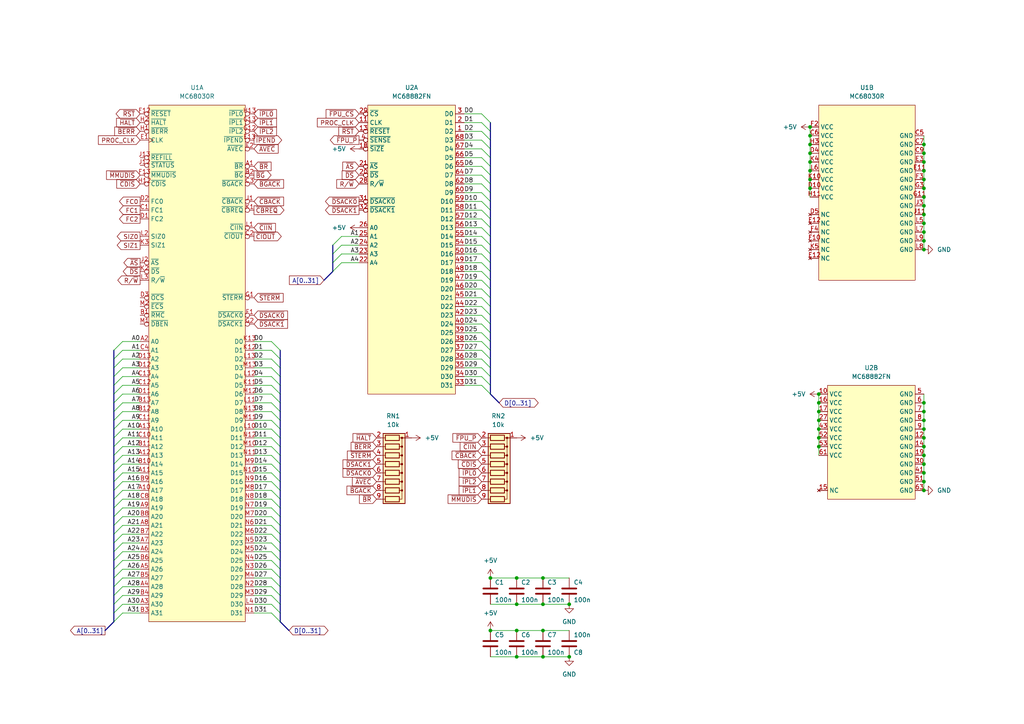
<source format=kicad_sch>
(kicad_sch (version 20231120) (generator "eeschema") (generator_version "8.0")
  (paper "A4")
  (lib_symbols
    (symbol "Device:C" (pin_numbers hide) (pin_names (offset 0.254))
      (property "Reference" "C" (at 0.635 2.54 0))
      (property "Value" "C" (at 0.635 -2.54 0))
      (symbol "C_1_1"
        (pin passive line (at 0 3.81 270) (length 2.794) (name "~") (number "1"))
        (pin passive line (at 0 -3.81 90) (length 2.794) (name "~") (number "2"))
      )
    )
    (symbol "Device:R_Network08" (pin_names (offset 0) hide)
      (property "Reference" "RN" (at -12.7 0 90))
      (property "Value" "R_Network08" (at 10.16 0 90))
      (symbol "R_Network08_1_1"
        (pin passive line (at -10.16 5.08 270) (length 2.54) (name "common") (number "1"))
        (pin passive line (at -10.16 -5.08 90) (length 1.27) (name "R1") (number "2"))
        (pin passive line (at -7.62 -5.08 90) (length 1.27) (name "R2") (number "3"))
        (pin passive line (at -5.08 -5.08 90) (length 1.27) (name "R3") (number "4"))
        (pin passive line (at -2.54 -5.08 90) (length 1.27) (name "R4") (number "5"))
        (pin passive line (at 0 -5.08 90) (length 1.27) (name "R5") (number "6"))
        (pin passive line (at 2.54 -5.08 90) (length 1.27) (name "R6") (number "7"))
        (pin passive line (at 5.08 -5.08 90) (length 1.27) (name "R7") (number "8"))
        (pin passive line (at 7.62 -5.08 90) (length 1.27) (name "R8") (number "9"))
      )
    )
    (symbol "m68k-hbc-conn:MC68882FN"
      (property "Reference" "U" (at 0 0 0))
      (property "Value" "MC68882FN" (at 0 0 0))
      (symbol "MC68882FN_1_0"
        (pin bidirectional line (at 15.24 34.29 180) (length 2.54) (name "D2") (number "1"))
        (pin input line (at -15.24 36.83 0) (length 2.54) (name "CLK") (number "11"))
        (pin input inverted (at -15.24 34.29 0) (length 2.54) (name "~{RESET}") (number "13"))
        (pin input inverted (at -15.24 29.21 0) (length 2.54) (name "~{SIZE}") (number "18"))
        (pin bidirectional line (at 15.24 36.83 180) (length 2.54) (name "D1") (number "2"))
        (pin input inverted (at -15.24 21.59 0) (length 2.54) (name "~{DS}") (number "20"))
        (pin input inverted (at -15.24 24.13 0) (length 2.54) (name "~{AS}") (number "21"))
        (pin input line (at -15.24 -3.81 0) (length 2.54) (name "A4") (number "22"))
        (pin input line (at -15.24 -1.27 0) (length 2.54) (name "A3") (number "23"))
        (pin input line (at -15.24 1.27 0) (length 2.54) (name "A2") (number "24"))
        (pin input line (at -15.24 3.81 0) (length 2.54) (name "A1") (number "25"))
        (pin input line (at -15.24 6.35 0) (length 2.54) (name "A0") (number "26"))
        (pin input line (at -15.24 19.05 0) (length 2.54) (name "R/~{W}") (number "28"))
        (pin input inverted (at -15.24 39.37 0) (length 2.54) (name "~{CS}") (number "29"))
        (pin bidirectional line (at 15.24 39.37 180) (length 2.54) (name "D0") (number "3"))
        (pin output inverted (at -15.24 13.97 0) (length 2.54) (name "~{DSACK0}") (number "31"))
        (pin output inverted (at -15.24 11.43 0) (length 2.54) (name "~{DSACK1}") (number "32"))
        (pin bidirectional line (at 15.24 -39.37 180) (length 2.54) (name "D31") (number "33"))
        (pin bidirectional line (at 15.24 -36.83 180) (length 2.54) (name "D30") (number "34"))
        (pin bidirectional line (at 15.24 -34.29 180) (length 2.54) (name "D29") (number "35"))
        (pin bidirectional line (at 15.24 -31.75 180) (length 2.54) (name "D28") (number "36"))
        (pin bidirectional line (at 15.24 -29.21 180) (length 2.54) (name "D27") (number "37"))
        (pin bidirectional line (at 15.24 -26.67 180) (length 2.54) (name "D26") (number "38"))
        (pin bidirectional line (at 15.24 -24.13 180) (length 2.54) (name "D25") (number "39"))
        (pin bidirectional inverted (at -15.24 31.75 0) (length 2.54) (name "~{SENSE}") (number "4"))
        (pin bidirectional line (at 15.24 -21.59 180) (length 2.54) (name "D24") (number "40"))
        (pin bidirectional line (at 15.24 -19.05 180) (length 2.54) (name "D23") (number "42"))
        (pin bidirectional line (at 15.24 -16.51 180) (length 2.54) (name "D22") (number "44"))
        (pin bidirectional line (at 15.24 -13.97 180) (length 2.54) (name "D21") (number "45"))
        (pin bidirectional line (at 15.24 -11.43 180) (length 2.54) (name "D20") (number "46"))
        (pin bidirectional line (at 15.24 -8.89 180) (length 2.54) (name "D19") (number "47"))
        (pin bidirectional line (at 15.24 -6.35 180) (length 2.54) (name "D18") (number "48"))
        (pin bidirectional line (at 15.24 -3.81 180) (length 2.54) (name "D17") (number "49"))
        (pin bidirectional line (at 15.24 -1.27 180) (length 2.54) (name "D16") (number "50"))
        (pin bidirectional line (at 15.24 1.27 180) (length 2.54) (name "D15") (number "54"))
        (pin bidirectional line (at 15.24 3.81 180) (length 2.54) (name "D14") (number "55"))
        (pin bidirectional line (at 15.24 6.35 180) (length 2.54) (name "D13") (number "56"))
        (pin bidirectional line (at 15.24 8.89 180) (length 2.54) (name "D12") (number "57"))
        (pin bidirectional line (at 15.24 11.43 180) (length 2.54) (name "D11") (number "58"))
        (pin bidirectional line (at 15.24 13.97 180) (length 2.54) (name "D10") (number "59"))
        (pin bidirectional line (at 15.24 16.51 180) (length 2.54) (name "D9") (number "60"))
        (pin bidirectional line (at 15.24 19.05 180) (length 2.54) (name "D8") (number "62"))
        (pin bidirectional line (at 15.24 21.59 180) (length 2.54) (name "D7") (number "64"))
        (pin bidirectional line (at 15.24 24.13 180) (length 2.54) (name "D6") (number "65"))
        (pin bidirectional line (at 15.24 26.67 180) (length 2.54) (name "D5") (number "66"))
        (pin bidirectional line (at 15.24 29.21 180) (length 2.54) (name "D4") (number "67"))
        (pin bidirectional line (at 15.24 31.75 180) (length 2.54) (name "D3") (number "68"))
      )
      (symbol "MC68882FN_2_0"
        (pin power_in line (at -15.24 13.97 0) (length 2.54) (name "VCC") (number "10"))
        (pin power_in line (at 15.24 1.27 180) (length 2.54) (name "GND") (number "12"))
        (pin power_in line (at 15.24 -1.27 180) (length 2.54) (name "GND") (number "14"))
        (pin no_connect line (at -15.24 -13.97 0) (length 2.54) (name "NC") (number "15"))
        (pin power_in line (at -15.24 11.43 0) (length 2.54) (name "VCC") (number "16"))
        (pin power_in line (at -15.24 8.89 0) (length 2.54) (name "VCC") (number "17"))
        (pin power_in line (at 15.24 -3.81 180) (length 2.54) (name "GND") (number "19"))
        (pin power_in line (at -15.24 6.35 0) (length 2.54) (name "VCC") (number "27"))
        (pin power_in line (at 15.24 -6.35 180) (length 2.54) (name "GND") (number "30"))
        (pin power_in line (at 15.24 -8.89 180) (length 2.54) (name "GND") (number "41"))
        (pin power_in line (at -15.24 3.81 0) (length 2.54) (name "VCC") (number "43"))
        (pin power_in line (at 15.24 13.97 180) (length 2.54) (name "GND") (number "5"))
        (pin power_in line (at 15.24 -11.43 180) (length 2.54) (name "GND") (number "51"))
        (pin power_in line (at -15.24 1.27 0) (length 2.54) (name "VCC") (number "52"))
        (pin power_in line (at -15.24 -1.27 0) (length 2.54) (name "VCC") (number "53"))
        (pin power_in line (at 15.24 11.43 180) (length 2.54) (name "GND") (number "6"))
        (pin power_in line (at -15.24 -3.81 0) (length 2.54) (name "VCC") (number "61"))
        (pin power_in line (at 15.24 -13.97 180) (length 2.54) (name "GND") (number "63"))
        (pin power_in line (at 15.24 8.89 180) (length 2.54) (name "GND") (number "7"))
        (pin power_in line (at 15.24 6.35 180) (length 2.54) (name "GND") (number "8"))
        (pin power_in line (at 15.24 3.81 180) (length 2.54) (name "GND") (number "9"))
      )
    )
    (symbol "m68k-hbc-ic:MC68030R"
      (property "Reference" "U" (at 0 1.27 0))
      (property "Value" "MC68030R" (at 0 -1.27 0))
      (symbol "MC68030R_1_0"
        (pin input inverted (at 16.51 57.15 180) (length 2.54) (name "~{BR}") (number "A1"))
        (pin output line (at -16.51 -36.83 0) (length 2.54) (name "A17") (number "A10"))
        (pin output line (at -16.51 -31.75 0) (length 2.54) (name "A15") (number "A11"))
        (pin output line (at -16.51 -26.67 0) (length 2.54) (name "A13") (number "A12"))
        (pin output line (at -16.51 -19.05 0) (length 2.54) (name "A10") (number "A13"))
        (pin output line (at -16.51 6.35 0) (length 2.54) (name "A0") (number "A2"))
        (pin output line (at -16.51 -69.85 0) (length 2.54) (name "A30") (number "A3"))
        (pin output line (at -16.51 -64.77 0) (length 2.54) (name "A28") (number "A4"))
        (pin output line (at -16.51 -59.69 0) (length 2.54) (name "A26") (number "A5"))
        (pin output line (at -16.51 -54.61 0) (length 2.54) (name "A24") (number "A6"))
        (pin output line (at -16.51 -52.07 0) (length 2.54) (name "A23") (number "A7"))
        (pin output line (at -16.51 -46.99 0) (length 2.54) (name "A21") (number "A8"))
        (pin output line (at -16.51 -41.91 0) (length 2.54) (name "A19") (number "A9"))
        (pin output inverted (at -16.51 13.97 0) (length 2.54) (name "~{RMC}") (number "B1"))
        (pin output line (at -16.51 -29.21 0) (length 2.54) (name "A14") (number "B10"))
        (pin output line (at -16.51 -24.13 0) (length 2.54) (name "A12") (number "B11"))
        (pin output line (at -16.51 -13.97 0) (length 2.54) (name "A8") (number "B12"))
        (pin output line (at -16.51 -11.43 0) (length 2.54) (name "A7") (number "B13"))
        (pin output inverted (at 16.51 54.61 180) (length 2.54) (name "~{BG}") (number "B2"))
        (pin output line (at -16.51 -72.39 0) (length 2.54) (name "A31") (number "B3"))
        (pin output line (at -16.51 -67.31 0) (length 2.54) (name "A29") (number "B4"))
        (pin output line (at -16.51 -62.23 0) (length 2.54) (name "A27") (number "B5"))
        (pin output line (at -16.51 -57.15 0) (length 2.54) (name "A25") (number "B6"))
        (pin output line (at -16.51 -49.53 0) (length 2.54) (name "A22") (number "B7"))
        (pin output line (at -16.51 -44.45 0) (length 2.54) (name "A20") (number "B8"))
        (pin output line (at -16.51 -34.29 0) (length 2.54) (name "A16") (number "B9"))
        (pin output line (at -16.51 44.45 0) (length 2.54) (name "FC1") (number "C1"))
        (pin output line (at -16.51 -21.59 0) (length 2.54) (name "A11") (number "C10"))
        (pin output line (at -16.51 -16.51 0) (length 2.54) (name "A9") (number "C11"))
        (pin output line (at -16.51 -6.35 0) (length 2.54) (name "A5") (number "C12"))
        (pin output line (at -16.51 -3.81 0) (length 2.54) (name "A4") (number "C13"))
        (pin output inverted (at 16.51 36.83 180) (length 2.54) (name "~{CIOUT}") (number "C2"))
        (pin input inverted (at 16.51 52.07 180) (length 2.54) (name "~{BGACK}") (number "C3"))
        (pin output line (at -16.51 3.81 0) (length 2.54) (name "A1") (number "C4"))
        (pin output line (at -16.51 -39.37 0) (length 2.54) (name "A18") (number "C8"))
        (pin output line (at -16.51 41.91 0) (length 2.54) (name "FC2") (number "D1"))
        (pin output line (at -16.51 -8.89 0) (length 2.54) (name "A6") (number "D11"))
        (pin output line (at -16.51 -1.27 0) (length 2.54) (name "A3") (number "D12"))
        (pin output line (at -16.51 1.27 0) (length 2.54) (name "A2") (number "D13"))
        (pin output line (at -16.51 46.99 0) (length 2.54) (name "FC0") (number "D2"))
        (pin output inverted (at -16.51 19.05 0) (length 2.54) (name "~{OCS}") (number "D3"))
        (pin input clock (at -16.51 64.77 0) (length 2.54) (name "CLK") (number "E1"))
        (pin output inverted (at 16.51 64.77 180) (length 2.54) (name "~{IPEND}") (number "E13"))
        (pin input inverted (at 16.51 62.23 180) (length 2.54) (name "~{AVEC}") (number "E2"))
        (pin input inverted (at 16.51 13.97 180) (length 2.54) (name "~{DSACK0}") (number "F1"))
        (pin bidirectional inverted (at -16.51 72.39 0) (length 2.54) (name "~{RESET}") (number "F12"))
        (pin input inverted (at -16.51 54.61 0) (length 2.54) (name "~{MMUDIS}") (number "F13"))
        (pin input inverted (at 16.51 19.05 180) (length 2.54) (name "~{STERM}") (number "G1"))
        (pin input inverted (at 16.51 67.31 180) (length 2.54) (name "~{IPL2}") (number "G12"))
        (pin input inverted (at 16.51 69.85 180) (length 2.54) (name "~{IPL1}") (number "G13"))
        (pin input inverted (at 16.51 11.43 180) (length 2.54) (name "~{DSACK1}") (number "G2"))
        (pin output inverted (at -16.51 67.31 0) (length 2.54) (name "~{BERR}") (number "H1"))
        (pin input inverted (at -16.51 52.07 0) (length 2.54) (name "~{CDIS}") (number "H12"))
        (pin input inverted (at 16.51 72.39 180) (length 2.54) (name "~{IPL0}") (number "H13"))
        (pin input inverted (at -16.51 69.85 0) (length 2.54) (name "~{HALT}") (number "H2"))
        (pin input inverted (at 16.51 46.99 180) (length 2.54) (name "~{CBACK}") (number "J1"))
        (pin output inverted (at -16.4878 57.4702 0) (length 2.54) (name "~{STATUS}") (number "J12"))
        (pin output inverted (at -16.51 59.69 0) (length 2.54) (name "~{REFILL}") (number "J13"))
        (pin output inverted (at -16.51 29.21 0) (length 2.54) (name "~{AS}") (number "J2"))
        (pin output inverted (at 16.51 44.45 180) (length 2.54) (name "~{CBREQ}") (number "K1"))
        (pin bidirectional line (at 16.51 -6.35 180) (length 2.54) (name "D5") (number "K11"))
        (pin bidirectional line (at 16.51 3.81 180) (length 2.54) (name "D1") (number "K12"))
        (pin bidirectional line (at 16.51 6.35 180) (length 2.54) (name "D0") (number "K13"))
        (pin output inverted (at -16.51 26.67 0) (length 2.54) (name "~{DS}") (number "K2"))
        (pin output line (at -16.51 34.29 0) (length 2.54) (name "SIZ1") (number "K3"))
        (pin input inverted (at 16.51 39.37 180) (length 2.54) (name "~{CIIN}") (number "L1"))
        (pin bidirectional line (at 16.51 -19.05 180) (length 2.54) (name "D10") (number "L10"))
        (pin bidirectional line (at 16.51 -11.43 180) (length 2.54) (name "D7") (number "L11"))
        (pin bidirectional line (at 16.51 -3.81 180) (length 2.54) (name "D4") (number "L12"))
        (pin bidirectional line (at 16.51 1.27 180) (length 2.54) (name "D2") (number "L13"))
        (pin output line (at -16.51 36.83 0) (length 2.54) (name "SIZ0") (number "L2"))
        (pin output line (at -16.51 24.13 0) (length 2.54) (name "R/~{W}") (number "L3"))
        (pin bidirectional line (at 16.51 -69.85 180) (length 2.54) (name "D30") (number "L4"))
        (pin output inverted (at -16.51 11.43 0) (length 2.54) (name "~{DBEN}") (number "M1"))
        (pin bidirectional line (at 16.51 -24.13 180) (length 2.54) (name "D12") (number "M10"))
        (pin bidirectional line (at 16.51 -16.51 180) (length 2.54) (name "D9") (number "M11"))
        (pin bidirectional line (at 16.51 -8.89 180) (length 2.54) (name "D6") (number "M12"))
        (pin bidirectional line (at 16.51 -1.27 180) (length 2.54) (name "D3") (number "M13"))
        (pin output inverted (at -16.51 16.51 0) (length 2.54) (name "~{ECS}") (number "M2"))
        (pin bidirectional line (at 16.51 -67.31 180) (length 2.54) (name "D29") (number "M3"))
        (pin bidirectional line (at 16.51 -62.23 180) (length 2.54) (name "D27") (number "M4"))
        (pin bidirectional line (at 16.51 -54.61 180) (length 2.54) (name "D24") (number "M5"))
        (pin bidirectional line (at 16.51 -49.53 180) (length 2.54) (name "D22") (number "M6"))
        (pin bidirectional line (at 16.51 -44.45 180) (length 2.54) (name "D20") (number "M7"))
        (pin bidirectional line (at 16.51 -36.83 180) (length 2.54) (name "D17") (number "M8"))
        (pin bidirectional line (at 16.51 -29.21 180) (length 2.54) (name "D14") (number "M9"))
        (pin bidirectional line (at 16.51 -72.39 180) (length 2.54) (name "D31") (number "N1"))
        (pin bidirectional line (at 16.51 -31.75 180) (length 2.54) (name "D15") (number "N10"))
        (pin bidirectional line (at 16.51 -26.67 180) (length 2.54) (name "D13") (number "N11"))
        (pin bidirectional line (at 16.51 -21.59 180) (length 2.54) (name "D11") (number "N12"))
        (pin bidirectional line (at 16.51 -13.97 180) (length 2.54) (name "D8") (number "N13"))
        (pin bidirectional line (at 16.51 -64.77 180) (length 2.54) (name "D28") (number "N2"))
        (pin bidirectional line (at 16.51 -59.69 180) (length 2.54) (name "D26") (number "N3"))
        (pin bidirectional line (at 16.51 -57.15 180) (length 2.54) (name "D25") (number "N4"))
        (pin bidirectional line (at 16.51 -52.07 180) (length 2.54) (name "D23") (number "N5"))
        (pin bidirectional line (at 16.51 -46.99 180) (length 2.54) (name "D21") (number "N6"))
        (pin bidirectional line (at 16.51 -41.91 180) (length 2.54) (name "D19") (number "N7"))
        (pin bidirectional line (at 16.51 -39.37 180) (length 2.54) (name "D18") (number "N8"))
        (pin bidirectional line (at 16.51 -34.29 180) (length 2.54) (name "D16") (number "N9"))
      )
      (symbol "MC68030R_2_0"
        (pin power_in line (at 16.51 16.51 180) (length 2.54) (name "GND") (number "C5"))
        (pin power_in line (at -16.51 16.51 0) (length 2.54) (name "VCC") (number "C6"))
        (pin power_in line (at 16.51 13.97 180) (length 2.54) (name "GND") (number "C7"))
        (pin power_in line (at 16.51 11.43 180) (length 2.54) (name "GND") (number "C9"))
        (pin power_in line (at -16.51 1.27 0) (length 2.54) (name "VCC") (number "D10"))
        (pin power_in line (at -16.51 11.43 0) (length 2.54) (name "VCC") (number "D4"))
        (pin no_connect line (at -16.51 -6.35 0) (length 2.54) (name "NC") (number "D5"))
        (pin power_in line (at 16.51 6.35 180) (length 2.54) (name "GND") (number "E11"))
        (pin no_connect line (at -16.51 -19.05 0) (length 2.54) (name "NC") (number "E12"))
        (pin no_connect line (at -16.51 -8.89 0) (length 2.54) (name "NC") (number "E12"))
        (pin power_in line (at 16.51 8.89 180) (length 2.54) (name "GND") (number "E3"))
        (pin no_connect line (at -16.51 -13.97 0) (length 2.54) (name "NC") (number "F10"))
        (pin power_in line (at -16.51 19.05 0) (length 2.54) (name "VCC") (number "F2"))
        (pin power_in line (at 16.51 3.81 180) (length 2.54) (name "GND") (number "F3"))
        (pin no_connect line (at -16.51 -11.43 0) (length 2.54) (name "NC") (number "F4"))
        (pin power_in line (at 16.51 -1.27 180) (length 2.54) (name "GND") (number "G11"))
        (pin power_in line (at 16.51 1.27 180) (length 2.54) (name "GND") (number "G3"))
        (pin power_in line (at -16.51 -1.27 0) (length 2.54) (name "VCC") (number "H11"))
        (pin power_in line (at -16.51 13.97 0) (length 2.54) (name "VCC") (number "H3"))
        (pin power_in line (at 16.51 -6.35 180) (length 2.54) (name "GND") (number "J11"))
        (pin power_in line (at 16.51 -3.81 180) (length 2.54) (name "GND") (number "J3"))
        (pin power_in line (at -16.51 3.81 0) (length 2.54) (name "VCC") (number "K10"))
        (pin power_in line (at -16.51 8.89 0) (length 2.54) (name "VCC") (number "K4"))
        (pin no_connect line (at -16.51 -16.51 0) (length 2.54) (name "NC") (number "K5"))
        (pin power_in line (at 16.51 -8.89 180) (length 2.54) (name "GND") (number "L5"))
        (pin power_in line (at -16.51 6.35 0) (length 2.54) (name "VCC") (number "L6"))
        (pin power_in line (at 16.51 -11.43 180) (length 2.54) (name "GND") (number "L7"))
        (pin power_in line (at 16.51 -16.51 180) (length 2.54) (name "GND") (number "L8"))
        (pin power_in line (at 16.51 -13.97 180) (length 2.54) (name "GND") (number "L9"))
      )
    )
    (symbol "power:+5V" (power) (pin_names (offset 0))
      (property "Value" "+5V" (at 0 3.556 0))
      (symbol "+5V_1_1"
        (pin power_in line (at 0 0 90) (length 0) hide (name "+5V") (number "1"))
      )
    )
    (symbol "power:GND" (power) (pin_names (offset 0))
      (property "Value" "GND" (at 0 -3.81 0))
      (symbol "GND_1_1"
        (pin power_in line (at 0 0 270) (length 0) hide (name "GND") (number "1"))
      )
    )
  )
  (junction (at 267.97 69.85))
  (junction (at 267.97 57.15))
  (junction (at 267.97 67.31))
  (junction (at 267.97 116.84))
  (junction (at 234.95 54.61))
  (junction (at 267.97 62.23))
  (junction (at 149.86 175.26))
  (junction (at 267.97 54.61))
  (junction (at 267.97 127))
  (junction (at 234.95 52.07))
  (junction (at 149.86 167.64))
  (junction (at 165.1 175.26))
  (junction (at 237.49 124.46))
  (junction (at 237.49 127))
  (junction (at 234.95 44.45))
  (junction (at 267.97 139.7))
  (junction (at 267.97 121.92))
  (junction (at 267.97 44.45))
  (junction (at 267.97 59.69))
  (junction (at 237.49 129.54))
  (junction (at 267.97 49.53))
  (junction (at 267.97 46.99))
  (junction (at 142.24 167.64))
  (junction (at 237.49 114.3))
  (junction (at 234.95 41.91))
  (junction (at 267.97 132.08))
  (junction (at 267.97 72.39))
  (junction (at 234.95 49.53))
  (junction (at 267.97 64.77))
  (junction (at 157.48 182.88))
  (junction (at 267.97 142.24))
  (junction (at 234.95 39.37))
  (junction (at 142.24 182.88))
  (junction (at 237.49 121.92))
  (junction (at 267.97 137.16))
  (junction (at 234.95 36.83))
  (junction (at 237.49 119.38))
  (junction (at 267.97 129.54))
  (junction (at 149.86 182.88))
  (junction (at 157.48 190.5))
  (junction (at 267.97 52.07))
  (junction (at 237.49 116.84))
  (junction (at 157.48 167.64))
  (junction (at 165.1 190.5))
  (junction (at 267.97 41.91))
  (junction (at 267.97 134.62))
  (junction (at 234.95 46.99))
  (junction (at 267.97 119.38))
  (junction (at 149.86 190.5))
  (junction (at 157.48 175.26))
  (junction (at 267.97 124.46))
  (bus_entry (at 78.74 167.64) (size 2.54 2.54))
  (bus_entry (at 139.7 60.96) (size 2.54 2.54))
  (bus_entry (at 78.74 165.1) (size 2.54 2.54))
  (bus_entry (at 139.7 106.68) (size 2.54 2.54))
  (bus_entry (at 78.74 162.56) (size 2.54 2.54))
  (bus_entry (at 35.56 124.46) (size -2.54 2.54))
  (bus_entry (at 139.7 48.26) (size 2.54 2.54))
  (bus_entry (at 78.74 149.86) (size 2.54 2.54))
  (bus_entry (at 139.7 58.42) (size 2.54 2.54))
  (bus_entry (at 35.56 157.48) (size -2.54 2.54))
  (bus_entry (at 78.74 160.02) (size 2.54 2.54))
  (bus_entry (at 35.56 154.94) (size -2.54 2.54))
  (bus_entry (at 139.7 83.82) (size 2.54 2.54))
  (bus_entry (at 35.56 109.22) (size -2.54 2.54))
  (bus_entry (at 35.56 132.08) (size -2.54 2.54))
  (bus_entry (at 78.74 124.46) (size 2.54 2.54))
  (bus_entry (at 99.06 76.2) (size -2.54 2.54))
  (bus_entry (at 78.74 116.84) (size 2.54 2.54))
  (bus_entry (at 35.56 129.54) (size -2.54 2.54))
  (bus_entry (at 35.56 139.7) (size -2.54 2.54))
  (bus_entry (at 78.74 170.18) (size 2.54 2.54))
  (bus_entry (at 139.7 88.9) (size 2.54 2.54))
  (bus_entry (at 35.56 162.56) (size -2.54 2.54))
  (bus_entry (at 139.7 93.98) (size 2.54 2.54))
  (bus_entry (at 35.56 137.16) (size -2.54 2.54))
  (bus_entry (at 35.56 144.78) (size -2.54 2.54))
  (bus_entry (at 139.7 101.6) (size 2.54 2.54))
  (bus_entry (at 35.56 149.86) (size -2.54 2.54))
  (bus_entry (at 35.56 104.14) (size -2.54 2.54))
  (bus_entry (at 35.56 119.38) (size -2.54 2.54))
  (bus_entry (at 78.74 177.8) (size 2.54 2.54))
  (bus_entry (at 35.56 114.3) (size -2.54 2.54))
  (bus_entry (at 35.56 106.68) (size -2.54 2.54))
  (bus_entry (at 35.56 134.62) (size -2.54 2.54))
  (bus_entry (at 78.74 114.3) (size 2.54 2.54))
  (bus_entry (at 78.74 172.72) (size 2.54 2.54))
  (bus_entry (at 78.74 147.32) (size 2.54 2.54))
  (bus_entry (at 35.56 177.8) (size -2.54 2.54))
  (bus_entry (at 139.7 33.02) (size 2.54 2.54))
  (bus_entry (at 78.74 139.7) (size 2.54 2.54))
  (bus_entry (at 78.74 104.14) (size 2.54 2.54))
  (bus_entry (at 139.7 53.34) (size 2.54 2.54))
  (bus_entry (at 139.7 66.04) (size 2.54 2.54))
  (bus_entry (at 139.7 35.56) (size 2.54 2.54))
  (bus_entry (at 35.56 121.92) (size -2.54 2.54))
  (bus_entry (at 35.56 116.84) (size -2.54 2.54))
  (bus_entry (at 78.74 152.4) (size 2.54 2.54))
  (bus_entry (at 35.56 111.76) (size -2.54 2.54))
  (bus_entry (at 99.06 68.58) (size -2.54 2.54))
  (bus_entry (at 99.06 73.66) (size -2.54 2.54))
  (bus_entry (at 78.74 109.22) (size 2.54 2.54))
  (bus_entry (at 35.56 101.6) (size -2.54 2.54))
  (bus_entry (at 35.56 99.06) (size -2.54 2.54))
  (bus_entry (at 78.74 129.54) (size 2.54 2.54))
  (bus_entry (at 35.56 152.4) (size -2.54 2.54))
  (bus_entry (at 139.7 40.64) (size 2.54 2.54))
  (bus_entry (at 35.56 160.02) (size -2.54 2.54))
  (bus_entry (at 139.7 99.06) (size 2.54 2.54))
  (bus_entry (at 139.7 73.66) (size 2.54 2.54))
  (bus_entry (at 35.56 165.1) (size -2.54 2.54))
  (bus_entry (at 139.7 96.52) (size 2.54 2.54))
  (bus_entry (at 35.56 175.26) (size -2.54 2.54))
  (bus_entry (at 35.56 167.64) (size -2.54 2.54))
  (bus_entry (at 78.74 111.76) (size 2.54 2.54))
  (bus_entry (at 78.74 132.08) (size 2.54 2.54))
  (bus_entry (at 78.74 157.48) (size 2.54 2.54))
  (bus_entry (at 139.7 91.44) (size 2.54 2.54))
  (bus_entry (at 78.74 101.6) (size 2.54 2.54))
  (bus_entry (at 139.7 55.88) (size 2.54 2.54))
  (bus_entry (at 139.7 78.74) (size 2.54 2.54))
  (bus_entry (at 78.74 119.38) (size 2.54 2.54))
  (bus_entry (at 139.7 81.28) (size 2.54 2.54))
  (bus_entry (at 139.7 111.76) (size 2.54 2.54))
  (bus_entry (at 139.7 43.18) (size 2.54 2.54))
  (bus_entry (at 35.56 172.72) (size -2.54 2.54))
  (bus_entry (at 99.06 71.12) (size -2.54 2.54))
  (bus_entry (at 35.56 142.24) (size -2.54 2.54))
  (bus_entry (at 78.74 99.06) (size 2.54 2.54))
  (bus_entry (at 139.7 50.8) (size 2.54 2.54))
  (bus_entry (at 78.74 175.26) (size 2.54 2.54))
  (bus_entry (at 78.74 127) (size 2.54 2.54))
  (bus_entry (at 35.56 147.32) (size -2.54 2.54))
  (bus_entry (at 35.56 170.18) (size -2.54 2.54))
  (bus_entry (at 139.7 63.5) (size 2.54 2.54))
  (bus_entry (at 35.56 127) (size -2.54 2.54))
  (bus_entry (at 139.7 86.36) (size 2.54 2.54))
  (bus_entry (at 139.7 76.2) (size 2.54 2.54))
  (bus_entry (at 78.74 154.94) (size 2.54 2.54))
  (bus_entry (at 139.7 45.72) (size 2.54 2.54))
  (bus_entry (at 139.7 68.58) (size 2.54 2.54))
  (bus_entry (at 78.74 106.68) (size 2.54 2.54))
  (bus_entry (at 139.7 71.12) (size 2.54 2.54))
  (bus_entry (at 78.74 137.16) (size 2.54 2.54))
  (bus_entry (at 139.7 109.22) (size 2.54 2.54))
  (bus_entry (at 78.74 134.62) (size 2.54 2.54))
  (bus_entry (at 78.74 121.92) (size 2.54 2.54))
  (bus_entry (at 78.74 144.78) (size 2.54 2.54))
  (bus_entry (at 139.7 38.1) (size 2.54 2.54))
  (bus_entry (at 78.74 142.24) (size 2.54 2.54))
  (bus_entry (at 139.7 104.14) (size 2.54 2.54))
  (bus (pts (xy 142.24 101.6) (xy 142.24 104.14)))
  (wire (pts (xy 267.97 52.07) (xy 267.97 54.61)))
  (wire (pts (xy 35.56 144.78) (xy 40.64 144.78)))
  (wire (pts (xy 35.56 149.86) (xy 40.64 149.86)))
  (wire (pts (xy 267.97 54.61) (xy 267.97 57.15)))
  (wire (pts (xy 234.95 41.91) (xy 234.95 44.45)))
  (wire (pts (xy 35.56 147.32) (xy 40.64 147.32)))
  (bus (pts (xy 142.24 109.22) (xy 142.24 111.76)))
  (bus (pts (xy 81.28 142.24) (xy 81.28 144.78)))
  (bus (pts (xy 33.02 152.4) (xy 33.02 154.94)))
  (wire (pts (xy 267.97 46.99) (xy 267.97 49.53)))
  (wire (pts (xy 267.97 119.38) (xy 267.97 121.92)))
  (wire (pts (xy 139.7 58.42) (xy 134.62 58.42)))
  (wire (pts (xy 78.74 137.16) (xy 73.66 137.16)))
  (bus (pts (xy 81.28 116.84) (xy 81.28 119.38)))
  (wire (pts (xy 35.56 162.56) (xy 40.64 162.56)))
  (bus (pts (xy 142.24 93.98) (xy 142.24 96.52)))
  (wire (pts (xy 139.7 78.74) (xy 134.62 78.74)))
  (wire (pts (xy 35.56 124.46) (xy 40.64 124.46)))
  (wire (pts (xy 35.56 167.64) (xy 40.64 167.64)))
  (bus (pts (xy 33.02 101.6) (xy 33.02 104.14)))
  (wire (pts (xy 78.74 114.3) (xy 73.66 114.3)))
  (wire (pts (xy 237.49 114.3) (xy 237.49 116.84)))
  (wire (pts (xy 78.74 170.18) (xy 73.66 170.18)))
  (wire (pts (xy 142.24 182.88) (xy 149.86 182.88)))
  (wire (pts (xy 267.97 129.54) (xy 267.97 132.08)))
  (wire (pts (xy 78.74 147.32) (xy 73.66 147.32)))
  (wire (pts (xy 78.74 165.1) (xy 73.66 165.1)))
  (wire (pts (xy 139.7 43.18) (xy 134.62 43.18)))
  (bus (pts (xy 81.28 114.3) (xy 81.28 116.84)))
  (wire (pts (xy 139.7 55.88) (xy 134.62 55.88)))
  (bus (pts (xy 142.24 88.9) (xy 142.24 91.44)))
  (wire (pts (xy 267.97 134.62) (xy 267.97 137.16)))
  (bus (pts (xy 142.24 68.58) (xy 142.24 71.12)))
  (wire (pts (xy 78.74 157.48) (xy 73.66 157.48)))
  (wire (pts (xy 237.49 127) (xy 237.49 129.54)))
  (bus (pts (xy 96.52 73.66) (xy 96.52 76.2)))
  (wire (pts (xy 78.74 177.8) (xy 73.66 177.8)))
  (wire (pts (xy 139.7 45.72) (xy 134.62 45.72)))
  (bus (pts (xy 81.28 147.32) (xy 81.28 149.86)))
  (bus (pts (xy 33.02 147.32) (xy 33.02 149.86)))
  (wire (pts (xy 35.56 121.92) (xy 40.64 121.92)))
  (bus (pts (xy 142.24 81.28) (xy 142.24 83.82)))
  (wire (pts (xy 267.97 114.3) (xy 267.97 116.84)))
  (wire (pts (xy 234.95 49.53) (xy 234.95 52.07)))
  (wire (pts (xy 35.56 132.08) (xy 40.64 132.08)))
  (bus (pts (xy 81.28 167.64) (xy 81.28 170.18)))
  (wire (pts (xy 267.97 41.91) (xy 267.97 44.45)))
  (bus (pts (xy 33.02 177.8) (xy 33.02 180.34)))
  (bus (pts (xy 81.28 124.46) (xy 81.28 127)))
  (wire (pts (xy 35.56 101.6) (xy 40.64 101.6)))
  (wire (pts (xy 139.7 86.36) (xy 134.62 86.36)))
  (bus (pts (xy 33.02 165.1) (xy 33.02 167.64)))
  (bus (pts (xy 142.24 53.34) (xy 142.24 55.88)))
  (bus (pts (xy 142.24 48.26) (xy 142.24 50.8)))
  (bus (pts (xy 81.28 139.7) (xy 81.28 142.24)))
  (wire (pts (xy 78.74 132.08) (xy 73.66 132.08)))
  (wire (pts (xy 139.7 50.8) (xy 134.62 50.8)))
  (wire (pts (xy 267.97 132.08) (xy 267.97 134.62)))
  (wire (pts (xy 139.7 104.14) (xy 134.62 104.14)))
  (wire (pts (xy 267.97 69.85) (xy 267.97 72.39)))
  (wire (pts (xy 139.7 73.66) (xy 134.62 73.66)))
  (wire (pts (xy 78.74 149.86) (xy 73.66 149.86)))
  (wire (pts (xy 35.56 137.16) (xy 40.64 137.16)))
  (bus (pts (xy 81.28 129.54) (xy 81.28 132.08)))
  (bus (pts (xy 142.24 50.8) (xy 142.24 53.34)))
  (bus (pts (xy 142.24 60.96) (xy 142.24 63.5)))
  (wire (pts (xy 35.56 160.02) (xy 40.64 160.02)))
  (wire (pts (xy 35.56 170.18) (xy 40.64 170.18)))
  (wire (pts (xy 267.97 59.69) (xy 267.97 62.23)))
  (wire (pts (xy 78.74 142.24) (xy 73.66 142.24)))
  (wire (pts (xy 267.97 137.16) (xy 267.97 139.7)))
  (bus (pts (xy 142.24 114.3) (xy 144.78 116.84)))
  (wire (pts (xy 78.74 104.14) (xy 73.66 104.14)))
  (bus (pts (xy 81.28 154.94) (xy 81.28 157.48)))
  (bus (pts (xy 33.02 119.38) (xy 33.02 121.92)))
  (bus (pts (xy 142.24 58.42) (xy 142.24 60.96)))
  (wire (pts (xy 267.97 139.7) (xy 267.97 142.24)))
  (bus (pts (xy 81.28 134.62) (xy 81.28 137.16)))
  (wire (pts (xy 78.74 127) (xy 73.66 127)))
  (bus (pts (xy 81.28 170.18) (xy 81.28 172.72)))
  (wire (pts (xy 139.7 96.52) (xy 134.62 96.52)))
  (wire (pts (xy 139.7 68.58) (xy 134.62 68.58)))
  (bus (pts (xy 142.24 38.1) (xy 142.24 40.64)))
  (bus (pts (xy 81.28 132.08) (xy 81.28 134.62)))
  (bus (pts (xy 81.28 109.22) (xy 81.28 111.76)))
  (wire (pts (xy 139.7 99.06) (xy 134.62 99.06)))
  (wire (pts (xy 35.56 119.38) (xy 40.64 119.38)))
  (bus (pts (xy 33.02 129.54) (xy 33.02 132.08)))
  (wire (pts (xy 267.97 64.77) (xy 267.97 67.31)))
  (wire (pts (xy 267.97 121.92) (xy 267.97 124.46)))
  (wire (pts (xy 78.74 124.46) (xy 73.66 124.46)))
  (wire (pts (xy 35.56 129.54) (xy 40.64 129.54)))
  (bus (pts (xy 142.24 78.74) (xy 142.24 81.28)))
  (wire (pts (xy 78.74 119.38) (xy 73.66 119.38)))
  (bus (pts (xy 142.24 83.82) (xy 142.24 86.36)))
  (bus (pts (xy 33.02 124.46) (xy 33.02 127)))
  (bus (pts (xy 81.28 172.72) (xy 81.28 175.26)))
  (wire (pts (xy 267.97 49.53) (xy 267.97 52.07)))
  (bus (pts (xy 96.52 78.74) (xy 93.98 81.28)))
  (wire (pts (xy 139.7 35.56) (xy 134.62 35.56)))
  (wire (pts (xy 35.56 116.84) (xy 40.64 116.84)))
  (wire (pts (xy 78.74 175.26) (xy 73.66 175.26)))
  (wire (pts (xy 139.7 38.1) (xy 134.62 38.1)))
  (wire (pts (xy 35.56 127) (xy 40.64 127)))
  (bus (pts (xy 33.02 121.92) (xy 33.02 124.46)))
  (wire (pts (xy 139.7 71.12) (xy 134.62 71.12)))
  (bus (pts (xy 142.24 99.06) (xy 142.24 101.6)))
  (bus (pts (xy 81.28 104.14) (xy 81.28 106.68)))
  (wire (pts (xy 149.86 190.5) (xy 157.48 190.5)))
  (bus (pts (xy 142.24 106.68) (xy 142.24 109.22)))
  (wire (pts (xy 35.56 114.3) (xy 40.64 114.3)))
  (bus (pts (xy 33.02 116.84) (xy 33.02 119.38)))
  (wire (pts (xy 35.56 175.26) (xy 40.64 175.26)))
  (bus (pts (xy 33.02 160.02) (xy 33.02 162.56)))
  (wire (pts (xy 35.56 157.48) (xy 40.64 157.48)))
  (bus (pts (xy 81.28 101.6) (xy 81.28 104.14)))
  (bus (pts (xy 81.28 165.1) (xy 81.28 167.64)))
  (wire (pts (xy 267.97 62.23) (xy 267.97 64.77)))
  (bus (pts (xy 33.02 170.18) (xy 33.02 172.72)))
  (bus (pts (xy 96.52 76.2) (xy 96.52 78.74)))
  (wire (pts (xy 35.56 109.22) (xy 40.64 109.22)))
  (bus (pts (xy 81.28 127) (xy 81.28 129.54)))
  (wire (pts (xy 237.49 121.92) (xy 237.49 124.46)))
  (wire (pts (xy 78.74 167.64) (xy 73.66 167.64)))
  (wire (pts (xy 139.7 33.02) (xy 134.62 33.02)))
  (wire (pts (xy 99.06 76.2) (xy 104.14 76.2)))
  (wire (pts (xy 149.86 182.88) (xy 157.48 182.88)))
  (wire (pts (xy 139.7 93.98) (xy 134.62 93.98)))
  (bus (pts (xy 33.02 111.76) (xy 33.02 114.3)))
  (wire (pts (xy 35.56 142.24) (xy 40.64 142.24)))
  (wire (pts (xy 234.95 44.45) (xy 234.95 46.99)))
  (bus (pts (xy 33.02 157.48) (xy 33.02 160.02)))
  (bus (pts (xy 33.02 180.34) (xy 30.48 182.88)))
  (wire (pts (xy 139.7 60.96) (xy 134.62 60.96)))
  (bus (pts (xy 142.24 45.72) (xy 142.24 48.26)))
  (wire (pts (xy 78.74 162.56) (xy 73.66 162.56)))
  (bus (pts (xy 81.28 160.02) (xy 81.28 162.56)))
  (wire (pts (xy 139.7 88.9) (xy 134.62 88.9)))
  (bus (pts (xy 142.24 96.52) (xy 142.24 99.06)))
  (wire (pts (xy 234.95 39.37) (xy 234.95 41.91)))
  (bus (pts (xy 33.02 104.14) (xy 33.02 106.68)))
  (wire (pts (xy 78.74 111.76) (xy 73.66 111.76)))
  (bus (pts (xy 81.28 137.16) (xy 81.28 139.7)))
  (bus (pts (xy 142.24 91.44) (xy 142.24 93.98)))
  (bus (pts (xy 33.02 144.78) (xy 33.02 147.32)))
  (wire (pts (xy 237.49 119.38) (xy 237.49 121.92)))
  (wire (pts (xy 78.74 116.84) (xy 73.66 116.84)))
  (wire (pts (xy 142.24 190.5) (xy 149.86 190.5)))
  (wire (pts (xy 267.97 124.46) (xy 267.97 127)))
  (bus (pts (xy 33.02 127) (xy 33.02 129.54)))
  (bus (pts (xy 81.28 111.76) (xy 81.28 114.3)))
  (bus (pts (xy 96.52 71.12) (xy 96.52 73.66)))
  (bus (pts (xy 81.28 152.4) (xy 81.28 154.94)))
  (wire (pts (xy 78.74 134.62) (xy 73.66 134.62)))
  (wire (pts (xy 139.7 40.64) (xy 134.62 40.64)))
  (bus (pts (xy 142.24 111.76) (xy 142.24 114.3)))
  (bus (pts (xy 142.24 66.04) (xy 142.24 68.58)))
  (wire (pts (xy 78.74 99.06) (xy 73.66 99.06)))
  (bus (pts (xy 142.24 71.12) (xy 142.24 73.66)))
  (wire (pts (xy 78.74 160.02) (xy 73.66 160.02)))
  (bus (pts (xy 142.24 35.56) (xy 142.24 38.1)))
  (bus (pts (xy 142.24 40.64) (xy 142.24 43.18)))
  (bus (pts (xy 142.24 76.2) (xy 142.24 78.74)))
  (bus (pts (xy 81.28 144.78) (xy 81.28 147.32)))
  (wire (pts (xy 139.7 109.22) (xy 134.62 109.22)))
  (wire (pts (xy 139.7 53.34) (xy 134.62 53.34)))
  (wire (pts (xy 234.95 54.61) (xy 234.95 57.15)))
  (wire (pts (xy 234.95 52.07) (xy 234.95 54.61)))
  (wire (pts (xy 267.97 67.31) (xy 267.97 69.85)))
  (wire (pts (xy 139.7 111.76) (xy 134.62 111.76)))
  (bus (pts (xy 33.02 167.64) (xy 33.02 170.18)))
  (wire (pts (xy 78.74 154.94) (xy 73.66 154.94)))
  (bus (pts (xy 81.28 175.26) (xy 81.28 177.8)))
  (wire (pts (xy 237.49 124.46) (xy 237.49 127)))
  (wire (pts (xy 139.7 48.26) (xy 134.62 48.26)))
  (wire (pts (xy 142.24 167.64) (xy 149.86 167.64)))
  (wire (pts (xy 237.49 129.54) (xy 237.49 132.08)))
  (wire (pts (xy 78.74 129.54) (xy 73.66 129.54)))
  (wire (pts (xy 142.24 175.26) (xy 149.86 175.26)))
  (wire (pts (xy 35.56 172.72) (xy 40.64 172.72)))
  (wire (pts (xy 157.48 167.64) (xy 165.1 167.64)))
  (wire (pts (xy 267.97 44.45) (xy 267.97 46.99)))
  (wire (pts (xy 139.7 106.68) (xy 134.62 106.68)))
  (wire (pts (xy 78.74 106.68) (xy 73.66 106.68)))
  (wire (pts (xy 35.56 106.68) (xy 40.64 106.68)))
  (wire (pts (xy 139.7 66.04) (xy 134.62 66.04)))
  (wire (pts (xy 157.48 175.26) (xy 165.1 175.26)))
  (wire (pts (xy 78.74 152.4) (xy 73.66 152.4)))
  (bus (pts (xy 142.24 43.18) (xy 142.24 45.72)))
  (bus (pts (xy 81.28 180.34) (xy 83.82 182.88)))
  (bus (pts (xy 33.02 134.62) (xy 33.02 137.16)))
  (bus (pts (xy 33.02 162.56) (xy 33.02 165.1)))
  (wire (pts (xy 35.56 177.8) (xy 40.64 177.8)))
  (wire (pts (xy 99.06 68.58) (xy 104.14 68.58)))
  (wire (pts (xy 149.86 167.64) (xy 157.48 167.64)))
  (wire (pts (xy 157.48 190.5) (xy 165.1 190.5)))
  (wire (pts (xy 78.74 139.7) (xy 73.66 139.7)))
  (bus (pts (xy 81.28 106.68) (xy 81.28 109.22)))
  (wire (pts (xy 267.97 39.37) (xy 267.97 41.91)))
  (wire (pts (xy 157.48 182.88) (xy 165.1 182.88)))
  (wire (pts (xy 35.56 165.1) (xy 40.64 165.1)))
  (bus (pts (xy 33.02 114.3) (xy 33.02 116.84)))
  (wire (pts (xy 234.95 36.83) (xy 234.95 39.37)))
  (wire (pts (xy 78.74 121.92) (xy 73.66 121.92)))
  (wire (pts (xy 35.56 154.94) (xy 40.64 154.94)))
  (bus (pts (xy 81.28 177.8) (xy 81.28 180.34)))
  (wire (pts (xy 99.06 73.66) (xy 104.14 73.66)))
  (wire (pts (xy 267.97 57.15) (xy 267.97 59.69)))
  (wire (pts (xy 35.56 134.62) (xy 40.64 134.62)))
  (bus (pts (xy 33.02 175.26) (xy 33.02 177.8)))
  (wire (pts (xy 35.56 111.76) (xy 40.64 111.76)))
  (wire (pts (xy 139.7 76.2) (xy 134.62 76.2)))
  (bus (pts (xy 142.24 55.88) (xy 142.24 58.42)))
  (wire (pts (xy 267.97 127) (xy 267.97 129.54)))
  (bus (pts (xy 81.28 121.92) (xy 81.28 124.46)))
  (bus (pts (xy 142.24 73.66) (xy 142.24 76.2)))
  (wire (pts (xy 78.74 109.22) (xy 73.66 109.22)))
  (wire (pts (xy 234.95 46.99) (xy 234.95 49.53)))
  (bus (pts (xy 33.02 137.16) (xy 33.02 139.7)))
  (wire (pts (xy 35.56 139.7) (xy 40.64 139.7)))
  (wire (pts (xy 149.86 175.26) (xy 157.48 175.26)))
  (wire (pts (xy 267.97 116.84) (xy 267.97 119.38)))
  (bus (pts (xy 33.02 172.72) (xy 33.02 175.26)))
  (bus (pts (xy 33.02 139.7) (xy 33.02 142.24)))
  (bus (pts (xy 142.24 104.14) (xy 142.24 106.68)))
  (bus (pts (xy 81.28 162.56) (xy 81.28 165.1)))
  (wire (pts (xy 237.49 116.84) (xy 237.49 119.38)))
  (bus (pts (xy 33.02 149.86) (xy 33.02 152.4)))
  (wire (pts (xy 139.7 83.82) (xy 134.62 83.82)))
  (wire (pts (xy 35.56 152.4) (xy 40.64 152.4)))
  (wire (pts (xy 78.74 144.78) (xy 73.66 144.78)))
  (bus (pts (xy 81.28 157.48) (xy 81.28 160.02)))
  (wire (pts (xy 139.7 91.44) (xy 134.62 91.44)))
  (wire (pts (xy 139.7 101.6) (xy 134.62 101.6)))
  (bus (pts (xy 33.02 142.24) (xy 33.02 144.78)))
  (bus (pts (xy 142.24 86.36) (xy 142.24 88.9)))
  (wire (pts (xy 78.74 101.6) (xy 73.66 101.6)))
  (wire (pts (xy 35.56 104.14) (xy 40.64 104.14)))
  (bus (pts (xy 81.28 119.38) (xy 81.28 121.92)))
  (bus (pts (xy 33.02 132.08) (xy 33.02 134.62)))
  (bus (pts (xy 33.02 106.68) (xy 33.02 109.22)))
  (wire (pts (xy 35.56 99.06) (xy 40.64 99.06)))
  (bus (pts (xy 33.02 154.94) (xy 33.02 157.48)))
  (bus (pts (xy 33.02 109.22) (xy 33.02 111.76)))
  (wire (pts (xy 78.74 172.72) (xy 73.66 172.72)))
  (bus (pts (xy 81.28 149.86) (xy 81.28 152.4)))
  (wire (pts (xy 139.7 81.28) (xy 134.62 81.28)))
  (bus (pts (xy 142.24 63.5) (xy 142.24 66.04)))
  (wire (pts (xy 99.06 71.12) (xy 104.14 71.12)))
  (wire (pts (xy 139.7 63.5) (xy 134.62 63.5)))
  (label "A9" (at 40.64 121.92 180))
  (label "D0" (at 73.66 99.06 0))
  (label "D22" (at 73.66 154.94 0))
  (label "D30" (at 134.62 109.22 0))
  (label "A27" (at 40.64 167.64 180))
  (label "A8" (at 40.64 119.38 180))
  (label "D27" (at 73.66 167.64 0))
  (label "A10" (at 40.64 124.46 180))
  (label "A19" (at 40.64 147.32 180))
  (label "D17" (at 73.66 142.24 0))
  (label "A18" (at 40.64 144.78 180))
  (label "D2" (at 134.62 38.1 0))
  (label "A3" (at 104.14 73.66 180))
  (label "D11" (at 134.62 60.96 0))
  (label "D14" (at 73.66 134.62 0))
  (label "D2" (at 73.66 104.14 0))
  (label "D23" (at 134.62 91.44 0))
  (label "D17" (at 134.62 76.2 0))
  (label "A24" (at 40.64 160.02 180))
  (label "A1" (at 40.64 101.6 180))
  (label "D24" (at 134.62 93.98 0))
  (label "D13" (at 73.66 132.08 0))
  (label "D21" (at 73.66 152.4 0))
  (label "D18" (at 134.62 78.74 0))
  (label "A31" (at 40.64 177.8 180))
  (label "D4" (at 134.62 43.18 0))
  (label "D5" (at 134.62 45.72 0))
  (label "D13" (at 134.62 66.04 0))
  (label "D12" (at 73.66 129.54 0))
  (label "D21" (at 134.62 86.36 0))
  (label "A16" (at 40.64 139.7 180))
  (label "D27" (at 134.62 101.6 0))
  (label "D7" (at 73.66 116.84 0))
  (label "A17" (at 40.64 142.24 180))
  (label "D12" (at 134.62 63.5 0))
  (label "A2" (at 104.14 71.12 180))
  (label "D1" (at 73.66 101.6 0))
  (label "A2" (at 40.64 104.14 180))
  (label "A1" (at 104.14 68.58 180))
  (label "D29" (at 73.66 172.72 0))
  (label "D26" (at 73.66 165.1 0))
  (label "D20" (at 134.62 83.82 0))
  (label "D9" (at 134.62 55.88 0))
  (label "D1" (at 134.62 35.56 0))
  (label "D20" (at 73.66 149.86 0))
  (label "D16" (at 73.66 139.7 0))
  (label "D19" (at 73.66 147.32 0))
  (label "D3" (at 134.62 40.64 0))
  (label "D6" (at 73.66 114.3 0))
  (label "A12" (at 40.64 129.54 180))
  (label "D25" (at 73.66 162.56 0))
  (label "A29" (at 40.64 172.72 180))
  (label "A5" (at 40.64 111.76 180))
  (label "D24" (at 73.66 160.02 0))
  (label "A4" (at 104.14 76.2 180))
  (label "D28" (at 73.66 170.18 0))
  (label "D22" (at 134.62 88.9 0))
  (label "A21" (at 40.64 152.4 180))
  (label "A26" (at 40.64 165.1 180))
  (label "A4" (at 40.64 109.22 180))
  (label "A6" (at 40.64 114.3 180))
  (label "D23" (at 73.66 157.48 0))
  (label "A7" (at 40.64 116.84 180))
  (label "A22" (at 40.64 154.94 180))
  (label "D26" (at 134.62 99.06 0))
  (label "A3" (at 40.64 106.68 180))
  (label "D11" (at 73.66 127 0))
  (label "A0" (at 40.64 99.06 180))
  (label "D9" (at 73.66 121.92 0))
  (label "D18" (at 73.66 144.78 0))
  (label "A11" (at 40.64 127 180))
  (label "A15" (at 40.64 137.16 180))
  (label "D29" (at 134.62 106.68 0))
  (label "D10" (at 73.66 124.46 0))
  (label "A30" (at 40.64 175.26 180))
  (label "D10" (at 134.62 58.42 0))
  (label "A25" (at 40.64 162.56 180))
  (label "D3" (at 73.66 106.68 0))
  (label "D31" (at 134.62 111.76 0))
  (label "A28" (at 40.64 170.18 180))
  (label "D8" (at 73.66 119.38 0))
  (label "D0" (at 134.62 33.02 0))
  (label "D15" (at 73.66 137.16 0))
  (label "D14" (at 134.62 68.58 0))
  (label "D16" (at 134.62 73.66 0))
  (label "D19" (at 134.62 81.28 0))
  (label "D7" (at 134.62 50.8 0))
  (label "D31" (at 73.66 177.8 0))
  (label "D25" (at 134.62 96.52 0))
  (label "D28" (at 134.62 104.14 0))
  (label "D6" (at 134.62 48.26 0))
  (label "D8" (at 134.62 53.34 0))
  (label "A23" (at 40.64 157.48 180))
  (label "D30" (at 73.66 175.26 0))
  (label "A14" (at 40.64 134.62 180))
  (label "A13" (at 40.64 132.08 180))
  (label "D15" (at 134.62 71.12 0))
  (label "A20" (at 40.64 149.86 180))
  (label "D4" (at 73.66 109.22 0))
  (label "D5" (at 73.66 111.76 0))
  (global_label "~{CBACK}" (shape input) (at 73.66 58.42 0) (property "Intersheetrefs" "${INTERSHEET_REFS}" (effects (hide yes))))
  (global_label "~{IPL1}" (shape input) (at 73.66 35.56 0) (property "Intersheetrefs" "${INTERSHEET_REFS}" (effects (hide yes))))
  (global_label "SIZ0" (shape output) (at 40.64 68.58 180) (property "Intersheetrefs" "${INTERSHEET_REFS}" (effects (hide yes))))
  (global_label "~{CIIN}" (shape input) (at 73.66 66.04 0) (property "Intersheetrefs" "${INTERSHEET_REFS}" (effects (hide yes))))
  (global_label "~{IPL1}" (shape input) (at 139.7 142.24 180) (property "Intersheetrefs" "${INTERSHEET_REFS}" (effects (hide yes))))
  (global_label "~{BERR}" (shape input) (at 40.64 38.1 180) (property "Intersheetrefs" "${INTERSHEET_REFS}" (effects (hide yes))))
  (global_label "~{FPU_P}" (shape input) (at 139.7 127 180) (property "Intersheetrefs" "${INTERSHEET_REFS}" (effects (hide yes))))
  (global_label "~{DS}" (shape input) (at 104.14 50.8 180) (property "Intersheetrefs" "${INTERSHEET_REFS}" (effects (hide yes))))
  (global_label "~{RST}" (shape bidirectional) (at 40.64 33.02 180) (property "Intersheetrefs" "${INTERSHEET_REFS}" (effects (hide yes))))
  (global_label "~{BGACK}" (shape input) (at 109.22 142.24 180) (property "Intersheetrefs" "${INTERSHEET_REFS}" (effects (hide yes))))
  (global_label "~{DSACK0}" (shape input) (at 109.22 137.16 180) (property "Intersheetrefs" "${INTERSHEET_REFS}" (effects (hide yes))))
  (global_label "~{CIOUT}" (shape output) (at 73.66 68.58 0) (property "Intersheetrefs" "${INTERSHEET_REFS}" (effects (hide yes))))
  (global_label "~{CBACK}" (shape input) (at 139.7 132.08 180) (property "Intersheetrefs" "${INTERSHEET_REFS}" (effects (hide yes))))
  (global_label "SIZ1" (shape output) (at 40.64 71.12 180) (property "Intersheetrefs" "${INTERSHEET_REFS}" (effects (hide yes))))
  (global_label "~{STERM}" (shape input) (at 73.66 86.36 0) (property "Intersheetrefs" "${INTERSHEET_REFS}" (effects (hide yes))))
  (global_label "~{BERR}" (shape input) (at 109.22 129.54 180) (property "Intersheetrefs" "${INTERSHEET_REFS}" (effects (hide yes))))
  (global_label "~{CIIN}" (shape input) (at 139.7 129.54 180) (property "Intersheetrefs" "${INTERSHEET_REFS}" (effects (hide yes))))
  (global_label "~{AVEC}" (shape input) (at 109.22 139.7 180) (property "Intersheetrefs" "${INTERSHEET_REFS}" (effects (hide yes))))
  (global_label "~{IPL2}" (shape input) (at 73.66 38.1 0) (property "Intersheetrefs" "${INTERSHEET_REFS}" (effects (hide yes))))
  (global_label "D[0..31]" (shape bidirectional) (at 144.78 116.84 0) (property "Intersheetrefs" "${INTERSHEET_REFS}" (effects (hide yes))))
  (global_label "~{IPEND}" (shape output) (at 73.66 40.64 0) (property "Intersheetrefs" "${INTERSHEET_REFS}" (effects (hide yes))))
  (global_label "D[0..31]" (shape bidirectional) (at 83.82 182.88 0) (property "Intersheetrefs" "${INTERSHEET_REFS}" (effects (hide yes))))
  (global_label "~{DSACK1}" (shape input) (at 109.22 134.62 180) (property "Intersheetrefs" "${INTERSHEET_REFS}" (effects (hide yes))))
  (global_label "~{STERM}" (shape input) (at 109.22 132.08 180) (property "Intersheetrefs" "${INTERSHEET_REFS}" (effects (hide yes))))
  (global_label "~{FPU_CS}" (shape input) (at 104.14 33.02 180) (property "Intersheetrefs" "${INTERSHEET_REFS}" (effects (hide yes))))
  (global_label "~{AVEC}" (shape input) (at 73.66 43.18 0) (property "Intersheetrefs" "${INTERSHEET_REFS}" (effects (hide yes))))
  (global_label "~{DSACK0}" (shape output) (at 104.14 58.42 180) (property "Intersheetrefs" "${INTERSHEET_REFS}" (effects (hide yes))))
  (global_label "~{HALT}" (shape input) (at 109.22 127 180) (property "Intersheetrefs" "${INTERSHEET_REFS}" (effects (hide yes))))
  (global_label "~{DSACK0}" (shape input) (at 73.66 91.44 0) (property "Intersheetrefs" "${INTERSHEET_REFS}" (effects (hide yes))))
  (global_label "~{MMUDIS}" (shape input) (at 40.64 50.8 180) (property "Intersheetrefs" "${INTERSHEET_REFS}" (effects (hide yes))))
  (global_label "~{CDIS}" (shape input) (at 40.64 53.34 180) (property "Intersheetrefs" "${INTERSHEET_REFS}" (effects (hide yes))))
  (global_label "~{HALT}" (shape input) (at 40.64 35.56 180) (property "Intersheetrefs" "${INTERSHEET_REFS}" (effects (hide yes))))
  (global_label "FC0" (shape output) (at 40.64 58.42 180) (property "Intersheetrefs" "${INTERSHEET_REFS}" (effects (hide yes))))
  (global_label "R{slash}~{W}" (shape output) (at 40.64 81.28 180) (property "Intersheetrefs" "${INTERSHEET_REFS}" (effects (hide yes))))
  (global_label "~{AS}" (shape output) (at 40.64 76.2 180) (property "Intersheetrefs" "${INTERSHEET_REFS}" (effects (hide yes))))
  (global_label "~{AS}" (shape input) (at 104.14 48.26 180) (property "Intersheetrefs" "${INTERSHEET_REFS}" (effects (hide yes))))
  (global_label "~{MMUDIS}" (shape input) (at 139.7 144.78 180) (property "Intersheetrefs" "${INTERSHEET_REFS}" (effects (hide yes))))
  (global_label "~{BR}" (shape input) (at 73.66 48.26 0) (property "Intersheetrefs" "${INTERSHEET_REFS}" (effects (hide yes))))
  (global_label "~{IPL0}" (shape input) (at 73.66 33.02 0) (property "Intersheetrefs" "${INTERSHEET_REFS}" (effects (hide yes))))
  (global_label "~{DSACK1}" (shape input) (at 73.66 93.98 0) (property "Intersheetrefs" "${INTERSHEET_REFS}" (effects (hide yes))))
  (global_label "~{DS}" (shape output) (at 40.64 78.74 180) (property "Intersheetrefs" "${INTERSHEET_REFS}" (effects (hide yes))))
  (global_label "PROC_CLK" (shape input) (at 104.14 35.56 180) (property "Intersheetrefs" "${INTERSHEET_REFS}" (effects (hide yes))))
  (global_label "~{BR}" (shape input) (at 109.22 144.78 180) (property "Intersheetrefs" "${INTERSHEET_REFS}" (effects (hide yes))))
  (global_label "~{DSACK1}" (shape output) (at 104.14 60.96 180) (property "Intersheetrefs" "${INTERSHEET_REFS}" (effects (hide yes))))
  (global_label "~{CBREQ}" (shape output) (at 73.66 60.96 0) (property "Intersheetrefs" "${INTERSHEET_REFS}" (effects (hide yes))))
  (global_label "~{IPL0}" (shape input) (at 139.7 137.16 180) (property "Intersheetrefs" "${INTERSHEET_REFS}" (effects (hide yes))))
  (global_label "~{BGACK}" (shape input) (at 73.66 53.34 0) (property "Intersheetrefs" "${INTERSHEET_REFS}" (effects (hide yes))))
  (global_label "FC2" (shape output) (at 40.64 63.5 180) (property "Intersheetrefs" "${INTERSHEET_REFS}" (effects (hide yes))))
  (global_label "~{IPL2}" (shape input) (at 139.7 139.7 180) (property "Intersheetrefs" "${INTERSHEET_REFS}" (effects (hide yes))))
  (global_label "PROC_CLK" (shape input) (at 40.64 40.64 180) (property "Intersheetrefs" "${INTERSHEET_REFS}" (effects (hide yes))))
  (global_label "~{BG}" (shape output) (at 73.66 50.8 0) (property "Intersheetrefs" "${INTERSHEET_REFS}" (effects (hide yes))))
  (global_label "FC1" (shape output) (at 40.64 60.96 180) (property "Intersheetrefs" "${INTERSHEET_REFS}" (effects (hide yes))))
  (global_label "~{FPU_P}" (shape output) (at 104.14 40.64 180) (property "Intersheetrefs" "${INTERSHEET_REFS}" (effects (hide yes))))
  (global_label "R{slash}~{W}" (shape input) (at 104.14 53.34 180) (property "Intersheetrefs" "${INTERSHEET_REFS}" (effects (hide yes))))
  (global_label "A[0..31]" (shape input) (at 93.98 81.28 180) (property "Intersheetrefs" "${INTERSHEET_REFS}" (effects (hide yes))))
  (global_label "~{RST}" (shape input) (at 104.14 38.1 180) (property "Intersheetrefs" "${INTERSHEET_REFS}" (effects (hide yes))))
  (global_label "~{CDIS}" (shape input) (at 139.7 134.62 180) (property "Intersheetrefs" "${INTERSHEET_REFS}" (effects (hide yes))))
  (global_label "A[0..31]" (shape output) (at 30.48 182.88 180) (property "Intersheetrefs" "${INTERSHEET_REFS}" (effects (hide yes))))
  (symbol (lib_id "power:+5V") (at 104.14 66.04 90) (unit 1)
    (property "Reference" "#PWR03" (effects (hide yes)))
    (property "Value" "+5V" (at 100.33 66.04 90) (effects (justify left)))
  )
  (symbol (lib_id "Device:C") (at 157.48 171.45 0) (unit 1)
    (property "Reference" "C3" (at 158.75 168.91 0) (effects (justify left)))
    (property "Value" "100n" (at 158.75 173.99 0) (effects (justify left)))
    (property "Footprint" "Capacitor_THT:C_Disc_D4.3mm_W1.9mm_P5.00mm" (effects (hide yes)))
  )
  (symbol (lib_id "power:+5V") (at 142.24 167.64 0) (unit 1)
    (property "Reference" "#PWR09" (effects (hide yes)))
    (property "Value" "+5V" (at 142.24 162.56 0))
  )
  (symbol (lib_id "Device:C") (at 165.1 186.69 0) (mirror x) (unit 1)
    (property "Reference" "C8" (at 166.37 189.23 0) (effects (justify left)))
    (property "Value" "100n" (at 166.37 184.15 0) (effects (justify left)))
    (property "Footprint" "Capacitor_THT:C_Disc_D4.3mm_W1.9mm_P5.00mm" (effects (hide yes)))
  )
  (symbol (lib_id "power:+5V") (at 142.24 182.88 0) (unit 1)
    (property "Reference" "#PWR011" (effects (hide yes)))
    (property "Value" "+5V" (at 142.24 177.8 0))
  )
  (symbol (lib_id "Device:C") (at 142.24 186.69 0) (unit 1)
    (property "Reference" "C5" (at 143.51 184.15 0) (effects (justify left)))
    (property "Value" "100n" (at 143.51 189.23 0) (effects (justify left)))
    (property "Footprint" "Capacitor_THT:C_Disc_D4.3mm_W1.9mm_P5.00mm" (effects (hide yes)))
  )
  (symbol (lib_id "power:+5V") (at 237.49 114.3 90) (unit 1)
    (property "Reference" "#PWR05" (effects (hide yes)))
    (property "Value" "+5V" (at 233.68 114.3 90) (effects (justify left)))
  )
  (symbol (lib_id "power:+5V") (at 119.38 127 270) (unit 1)
    (property "Reference" "#PWR06" (effects (hide yes)))
    (property "Value" "+5V" (at 123.19 127 90) (effects (justify left)))
  )
  (symbol (lib_id "power:GND") (at 165.1 190.5 0) (unit 1)
    (property "Reference" "#PWR012" (effects (hide yes)))
    (property "Value" "GND" (at 165.1 195.58 0))
  )
  (symbol (lib_id "Device:C") (at 142.24 171.45 0) (unit 1)
    (property "Reference" "C1" (at 143.51 168.91 0) (effects (justify left)))
    (property "Value" "100n" (at 143.51 173.99 0) (effects (justify left)))
    (property "Footprint" "Capacitor_THT:C_Disc_D4.3mm_W1.9mm_P5.00mm" (effects (hide yes)))
  )
  (symbol (lib_id "power:GND") (at 267.97 72.39 90) (unit 1)
    (property "Reference" "#PWR04" (effects (hide yes)))
    (property "Value" "GND" (at 271.78 72.39 90) (effects (justify right)))
  )
  (symbol (lib_id "Device:R_Network08") (at 144.78 137.16 270) (unit 1)
    (property "Reference" "RN2" (at 144.526 120.65 90))
    (property "Value" "10k" (at 144.526 123.19 90))
    (property "Footprint" "Resistor_THT:R_Array_SIP9" (effects (hide yes)))
    (property "Datasheet" "http://www.vishay.com/docs/31509/csc.pdf" (effects (hide yes)))
  )
  (symbol (lib_id "power:+5V") (at 104.14 43.18 90) (unit 1)
    (property "Reference" "#PWR02" (effects (hide yes)))
    (property "Value" "+5V" (at 100.33 43.18 90) (effects (justify left)))
  )
  (symbol (lib_id "Device:C") (at 165.1 171.45 0) (unit 1)
    (property "Reference" "C4" (at 166.37 168.91 0) (effects (justify left)))
    (property "Value" "100n" (at 166.37 173.99 0) (effects (justify left)))
    (property "Footprint" "Capacitor_THT:C_Disc_D4.3mm_W1.9mm_P5.00mm" (effects (hide yes)))
  )
  (symbol (lib_id "Device:R_Network08") (at 114.3 137.16 270) (unit 1)
    (property "Reference" "RN1" (at 114.046 120.65 90))
    (property "Value" "10k" (at 114.046 123.19 90))
    (property "Footprint" "Resistor_THT:R_Array_SIP9" (effects (hide yes)))
    (property "Datasheet" "http://www.vishay.com/docs/31509/csc.pdf" (effects (hide yes)))
  )
  (symbol (lib_id "Device:C") (at 149.86 171.45 0) (unit 1)
    (property "Reference" "C2" (at 151.13 168.91 0) (effects (justify left)))
    (property "Value" "100n" (at 151.13 173.99 0) (effects (justify left)))
    (property "Footprint" "Capacitor_THT:C_Disc_D4.3mm_W1.9mm_P5.00mm" (effects (hide yes)))
  )
  (symbol (lib_id "m68k-hbc-ic:MC68030R") (at 251.46 55.88 0) (unit 2)
    (property "Reference" "U1" (at 251.46 25.4 0))
    (property "Value" "MC68030R" (at 251.46 27.94 0))
    (property "Footprint" "m68k-hbc-ic:PGA128" (effects (hide yes)))
    (property "Datasheet" "https://www.nxp.com/docs/en/reference-manual/MC68030UM.pdf" (effects (hide yes)))
  )
  (symbol (lib_id "power:+5V") (at 149.86 127 270) (unit 1)
    (property "Reference" "#PWR07" (effects (hide yes)))
    (property "Value" "+5V" (at 153.67 127 90) (effects (justify left)))
  )
  (symbol (lib_id "power:GND") (at 267.97 142.24 90) (unit 1)
    (property "Reference" "#PWR08" (effects (hide yes)))
    (property "Value" "GND" (at 271.78 142.24 90) (effects (justify right)))
  )
  (symbol (lib_id "m68k-hbc-conn:MC68882FN") (at 252.73 128.27 0) (unit 2)
    (property "Reference" "U2" (at 252.73 106.68 0))
    (property "Value" "MC68882FN" (at 252.73 109.22 0))
    (property "Footprint" "Package_LCC:PLCC-68_THT-Socket" (effects (hide yes)))
    (property "Datasheet" "https://www.nxp.com/docs/en/reference-manual/MC68881UM.pdf" (effects (hide yes)))
  )
  (symbol (lib_id "m68k-hbc-conn:MC68882FN") (at 119.38 72.39 0) (unit 1)
    (property "Reference" "U2" (at 119.38 25.4 0))
    (property "Value" "MC68882FN" (at 119.38 27.94 0))
    (property "Footprint" "Package_LCC:PLCC-68_THT-Socket" (effects (hide yes)))
    (property "Datasheet" "https://www.nxp.com/docs/en/reference-manual/MC68881UM.pdf" (effects (hide yes)))
  )
  (symbol (lib_id "power:GND") (at 165.1 175.26 0) (unit 1)
    (property "Reference" "#PWR010" (effects (hide yes)))
    (property "Value" "GND" (at 165.1 180.34 0))
  )
  (symbol (lib_id "m68k-hbc-ic:MC68030R") (at 57.15 105.41 0) (unit 1)
    (property "Reference" "U1" (at 57.15 25.4 0))
    (property "Value" "MC68030R" (at 57.15 27.94 0))
    (property "Footprint" "m68k-hbc-ic:PGA128" (effects (hide yes)))
    (property "Datasheet" "https://www.nxp.com/docs/en/reference-manual/MC68030UM.pdf" (effects (hide yes)))
  )
  (symbol (lib_id "Device:C") (at 157.48 186.69 0) (unit 1)
    (property "Reference" "C7" (at 158.75 184.15 0) (effects (justify left)))
    (property "Value" "100n" (at 158.75 189.23 0) (effects (justify left)))
    (property "Footprint" "Capacitor_THT:C_Disc_D4.3mm_W1.9mm_P5.00mm" (effects (hide yes)))
  )
  (symbol (lib_id "power:+5V") (at 234.95 36.83 90) (unit 1)
    (property "Reference" "#PWR01" (effects (hide yes)))
    (property "Value" "+5V" (at 231.14 36.83 90) (effects (justify left)))
  )
  (symbol (lib_id "Device:C") (at 149.86 186.69 0) (unit 1)
    (property "Reference" "C6" (at 151.13 184.15 0) (effects (justify left)))
    (property "Value" "100n" (at 151.13 189.23 0) (effects (justify left)))
    (property "Footprint" "Capacitor_THT:C_Disc_D4.3mm_W1.9mm_P5.00mm" (effects (hide yes)))
  )
)
</source>
